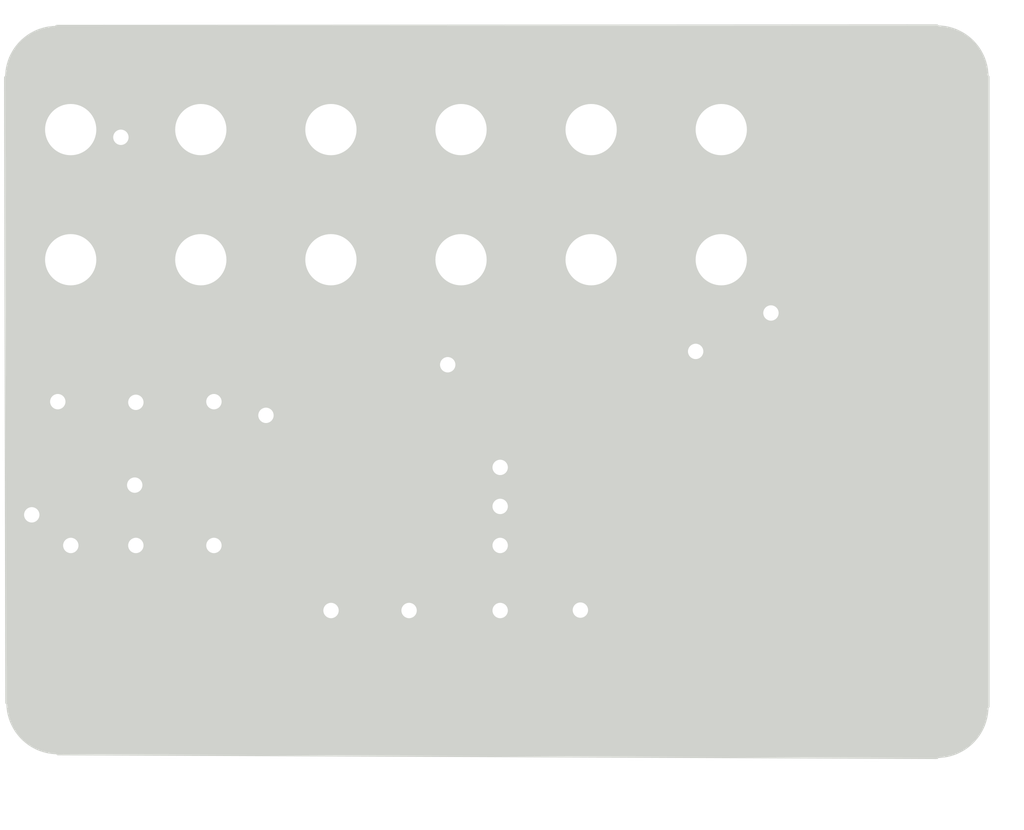
<source format=kicad_pcb>
(kicad_pcb (version 20211014) (generator pcbnew)
  (title_block (title "SNES RGB BYPASS AMP") (date "2020-12-16") (rev "3.2") (company "TzorriMahm") (comment 3 "https://twitter.com/TzorriMahm") (comment 4 "https://github.com/TzorriMahm"))
  (layers (0 "F.Cu" signal) (31 "B.Cu" signal) (34 "B.Paste" user) (35 "F.Paste" user) (36 "B.SilkS" user "B.Silkscreen") (37 "F.SilkS" user "F.Silkscreen") (38 "B.Mask" user) (39 "F.Mask" user) (44 "Edge.Cuts" user))
  (net 0 "")
  (net 1 "GND")
  (net 2 "/RED_IN")
  (net 3 "/RED_OUT")
  (net 4 "/GREEN_IN")
  (net 5 "/GREEN_OUT")
  (net 6 "/BLUE_IN")
  (net 7 "/BLUE_OUT")
  (net 8 "/CSYNC_OUT")
  (net 9 "/CSYNC_IN")
  (net 10 "CsyncOnCompPin")
  (net 11 "5v_IN")
  (net 12 "R")
  (net 13 "G")
  (net 14 "B")
  (net 15 "3.3v_OUT")
  (net 16 "Chroma")
  (net 17 "Luma")
  (net 18 "LumaOut")
  (net 19 "ChromaOut")
  (net 20 "Chroma_In")
  (net 21 "Luma_In")
  (footprint "snes_rgb_bypass_amp:NintendoMultiAV_FB-gap" (layer "F.Cu") (at 141.73 97.8)
    (fp_text reference "MultiAV1" hide)
    (fp_text value "Nintendo MultiAV" hide)
    (fp_circle (center 6.35 1.27) (end 6.35 2.2) (layer "F.SilkS") (width 0.16) (fill none))
    (fp_circle (center 6.35 1.27) (end 6.35 2.356002) (layer "F.SilkS") (width 0.16) (fill none))
    (pad "" np_thru_hole circle (at -6.35 1.27) (size 1 1) (drill 1) (layers *.Cu *.Mask))
    (pad "" np_thru_hole circle (at -6.35 -1.27) (size 1 1) (drill 1) (layers *.Cu *.Mask))
    (pad "1" thru_hole circle (at 6.35 1.27) (size 1.7 1.7) (drill 1) (layers *.Cu *.Mask) (net 3 "/RED_OUT"))
    (pad "2" thru_hole circle (at 6.35 -1.27) (size 1.7 1.7) (drill 1) (layers *.Cu *.Mask) (net 5 "/GREEN_OUT"))
    (pad "3" thru_hole oval (at 3.81 1.27) (size 1.7 1.7) (drill 1) (layers *.Cu *.Mask) (net 8 "/CSYNC_OUT"))
    (pad "4" thru_hole oval (at 3.81 -1.27) (size 1.7 1.7) (drill 1) (layers *.Cu *.Mask) (net 7 "/BLUE_OUT"))
    (pad "5" thru_hole oval (at 1.27 1.27) (size 1.7 1.7) (drill 1) (layers *.Cu *.Mask) (net 1 "GND"))
    (pad "6" thru_hole oval (at 1.27 -1.27) (size 1.7 1.7) (drill 1) (layers *.Cu *.Mask) (net 1 "GND"))
    (pad "9" thru_hole oval (at -3.81 1.27) (size 1.7 1.7) (drill 1) (layers *.Cu *.Mask) (net 10 "CsyncOnCompPin"))
    (pad "10" thru_hole oval (at -3.81 -1.27) (size 1.7 1.7) (drill 1) (layers *.Cu *.Mask) (net 11 "5v_IN"))
  )
  (footprint "snes_rgb_bypass_amp:SolderPad_customizable" (layer "F.Cu") (at 140.409 107.401)
    (fp_text reference "INPUT_1" hide)
    (fp_text value "RED" hide)
    (pad "1" smd rect locked (at 0 0) (size 1.05 2.1) (layers "F.Cu" "F.Mask") (net 2 "/RED_IN"))
  )
  (footprint "snes_rgb_bypass_amp:SolderPad_customizable" (layer "F.Cu") (at 142.009 107.401)
    (fp_text reference "INPUT_2" hide)
    (fp_text value "GREEN" hide)
    (pad "1" smd rect locked (at 0 0) (size 1.05 2.1) (layers "F.Cu" "F.Mask") (net 4 "/GREEN_IN"))
  )
  (footprint "snes_rgb_bypass_amp:SolderPad_customizable" (layer "F.Cu") (at 143.609 107.401)
    (fp_text reference "INPUT_3" hide)
    (fp_text value "BLUE" hide)
    (pad "1" smd rect locked (at 0 0) (size 1.05 2.1) (layers "F.Cu" "F.Mask") (net 6 "/BLUE_IN"))
  )
  (footprint "Capacitor_SMD:C_0603_1608Metric" (layer "F.Cu") (at 136.652 106.172 -90)
    (fp_text reference "REF**" hide)
    (fp_text value "C_0603_1608Metric" hide)
    (fp_line (start -0.14058 -0.51) (end 0.14058 -0.51) (layer "F.SilkS") (width 0.12))
    (fp_line (start -0.14058 0.51) (end 0.14058 0.51) (layer "F.SilkS") (width 0.12))
    (pad "1" smd roundrect (at -0.775 0 270) (size 0.9 0.95) (layers "F.Cu" "F.Paste" "F.Mask") (net 4 "/GREEN_IN"))
    (pad "2" smd roundrect (at 0.775 0 270) (size 0.9 0.95) (layers "F.Cu" "F.Paste" "F.Mask") (net 1 "GND"))
  )
  (footprint "Capacitor_SMD:C_0603_1608Metric" (layer "F.Cu") (at 138.176 101.841 -90)
    (fp_text reference "AC COUPLING" hide)
    (fp_text value "C_0603_1608Metric" hide)
    (fp_line (start -0.14058 -0.51) (end 0.14058 -0.51) (layer "F.SilkS") (width 0.12))
    (fp_line (start -0.14058 0.51) (end 0.14058 0.51) (layer "F.SilkS") (width 0.12))
    (pad "1" smd roundrect (at -0.775 0 270) (size 0.9 0.95) (layers "F.Cu" "F.Paste" "F.Mask") (net 3 "/RED_OUT"))
    (pad "2" smd roundrect (at 0.775 0 270) (size 0.9 0.95) (layers "F.Cu" "F.Paste" "F.Mask") (net 12 "R"))
  )
  (footprint "Capacitor_SMD:C_0603_1608Metric" (layer "F.Cu") (at 150.55 98.5 -90)
    (fp_text reference "AC COUPLING" hide)
    (fp_text value "C_0603_1608Metric" hide)
    (fp_line (start -0.14058 0.51) (end 0.14058 0.51) (layer "F.SilkS") (width 0.12))
    (fp_line (start -0.14058 -0.51) (end 0.14058 -0.51) (layer "F.SilkS") (width 0.12))
    (pad "1" smd roundrect (at -0.775 0 270) (size 0.9 0.95) (layers "F.Cu" "F.Paste" "F.Mask") (net 18 "LumaOut"))
    (pad "2" smd roundrect (at 0.775 0 270) (size 0.9 0.95) (layers "F.Cu" "F.Paste" "F.Mask") (net 17 "Luma"))
  )
  (footprint "Capacitor_SMD:C_0603_1608Metric" (layer "F.Cu") (at 136.652 101.854 -90)
    (fp_text reference "AC COUPLING" hide)
    (fp_text value "C_0603_1608Metric" hide)
    (fp_line (start -0.14058 0.51) (end 0.14058 0.51) (layer "F.SilkS") (width 0.12))
    (fp_line (start -0.14058 -0.51) (end 0.14058 -0.51) (layer "F.SilkS") (width 0.12))
    (pad "1" smd roundrect (at -0.775 0 270) (size 0.9 0.95) (layers "F.Cu" "F.Paste" "F.Mask") (net 5 "/GREEN_OUT"))
    (pad "2" smd roundrect (at 0.775 0 270) (size 0.9 0.95) (layers "F.Cu" "F.Paste" "F.Mask") (net 13 "G"))
  )
  (footprint "" (layer "F.Cu") (at 150.49 104.7)
    (fp_text reference "" (at 0 0) (layer "F.SilkS") (effects (font (size 1.27 1.27))))
    (fp_text value "" (at 0 0) (layer "F.SilkS") (effects (font (size 1.27 1.27))))
    (pad "1" smd rect locked (at 0 0) (size 1.05 2.1) (layers "F.Cu" "F.Mask") (net 21 "Luma_In"))
  )
  (footprint "Capacitor_SMD:C_0603_1608Metric" (layer "F.Cu") (at 152.25 101.75 -90)
    (fp_text reference "AC COUPLING" hide)
    (fp_text value "C_0603_1608Metric" hide)
    (fp_line (start -0.14058 0.51) (end 0.14058 0.51) (layer "F.SilkS") (width 0.12))
    (fp_line (start -0.14058 -0.51) (end 0.14058 -0.51) (layer "F.SilkS") (width 0.12))
    (pad "1" smd roundrect (at -0.775 0 270) (size 0.9 0.95) (layers "F.Cu" "F.Paste" "F.Mask") (net 16 "Chroma"))
    (pad "2" smd roundrect (at 0.775 0 270) (size 0.9 0.95) (layers "F.Cu" "F.Paste" "F.Mask") (net 20 "Chroma_In"))
  )
  (footprint "" (layer "F.Cu") (at 140.46 99.07)
    (fp_text reference "" (at 0 0) (layer "F.SilkS") (effects (font (size 1.27 1.27))))
    (fp_text value "" (at 0 0) (layer "F.SilkS") (effects (font (size 1.27 1.27))))
    (pad "10" thru_hole oval (at 0 0) (size 1.7 1.7) (drill 1) (layers *.Cu *.Mask) (net 18 "LumaOut"))
  )
  (footprint "Capacitor_SMD:C_0603_1608Metric" (layer "F.Cu") (at 147.32 106.68 -90)
    (fp_text reference "TTL_2_75r" hide)
    (fp_text value "C_0603_1608Metric" hide)
    (fp_line (start -0.14058 0.51) (end 0.14058 0.51) (layer "F.SilkS") (width 0.12))
    (fp_line (start -0.14058 -0.51) (end 0.14058 -0.51) (layer "F.SilkS") (width 0.12))
    (pad "" smd roundrect (at 0.775 0 270) (size 0.9 0.95) (layers "F.Cu" "F.Paste" "F.Mask") (net 9 "/CSYNC_IN"))
    (pad "" smd roundrect (at -0.775 0 270) (size 0.9 0.95) (layers "F.Cu" "F.Paste" "F.Mask") (net 8 "/CSYNC_OUT"))
  )
  (footprint "Capacitor_SMD:C_0603_1608Metric" (layer "F.Cu") (at 135.128 101.841 -90)
    (fp_text reference "AC COUPLING" hide)
    (fp_text value "C_0603_1608Metric" hide)
    (fp_line (start -0.14058 0.51) (end 0.14058 0.51) (layer "F.SilkS") (width 0.12))
    (fp_line (start -0.14058 -0.51) (end 0.14058 -0.51) (layer "F.SilkS") (width 0.12))
    (pad "1" smd roundrect (at -0.775 0 270) (size 0.9 0.95) (layers "F.Cu" "F.Paste" "F.Mask") (net 7 "/BLUE_OUT"))
    (pad "2" smd roundrect (at 0.775 0 270) (size 0.9 0.95) (layers "F.Cu" "F.Paste" "F.Mask") (net 14 "B"))
  )
  (footprint "" (layer "F.Cu") (at 145.288 107.442)
    (fp_text reference "" (at 0 0) (layer "F.SilkS") (effects (font (size 1.27 1.27))))
    (fp_text value "" (at 0 0) (layer "F.SilkS") (effects (font (size 1.27 1.27))))
    (pad "1" smd rect locked (at 0 0) (size 1.05 2.1) (layers "F.Cu" "F.Mask") (net 9 "/CSYNC_IN"))
  )
  (footprint "snes_rgb_bypass_amp:SolderJumper_2x0.5x0.75mm" (layer "F.Cu") (at 148.844 106.484 -90)
    (fp_text reference "***" hide)
    (fp_text value "SolderJumper_2x0.5x0.75mm" hide)
    (fp_line (start -0.7366 -0.5334) (end 0.7366 -0.5334) (layer "F.SilkS") (width 0.1524))
    (fp_line (start 0.7366 -0.5334) (end 0.7366 0.5334) (layer "F.SilkS") (width 0.1524))
    (fp_line (start -0.7366 -0.5334) (end -0.7366 0.5334) (layer "F.SilkS") (width 0.1524))
    (fp_line (start -0.7366 0.5334) (end 0.7366 0.5334) (layer "F.SilkS") (width 0.1524))
    (pad "" smd rect locked (at -0.325 0 270) (size 0.5 0.75) (layers "F.Cu" "F.Mask") (net 8 "/CSYNC_OUT"))
    (pad "CsyncOnCompPin2" smd rect locked (at 0.325 0 270) (size 0.5 0.75) (layers "F.Cu" "F.Mask") (net 9 "/CSYNC_IN"))
  )
  (footprint "Capacitor_SMD:C_0603_1608Metric" (layer "F.Cu") (at 150.55 101.75 -90)
    (fp_text reference "AC COUPLING" hide)
    (fp_text value "C_0603_1608Metric" hide)
    (fp_line (start -0.14058 0.51) (end 0.14058 0.51) (layer "F.SilkS") (width 0.12))
    (fp_line (start -0.14058 -0.51) (end 0.14058 -0.51) (layer "F.SilkS") (width 0.12))
    (pad "1" smd roundrect (at -0.775 0 270) (size 0.9 0.95) (layers "F.Cu" "F.Paste" "F.Mask") (net 17 "Luma"))
    (pad "2" smd roundrect (at 0.775 0 270) (size 0.9 0.95) (layers "F.Cu" "F.Paste" "F.Mask") (net 21 "Luma_In"))
  )
  (footprint "Package_TO_SOT_SMD:SOT-23-5" (layer "F.Cu") (at 147.574 102.9915 -90)
    (fp_text reference "REF**" hide)
    (fp_text value "SOT-23-5" hide)
    (fp_line (start 0 1.56) (end 0.8 1.56) (layer "F.SilkS") (width 0.12))
    (fp_line (start 0 1.56) (end -0.8 1.56) (layer "F.SilkS") (width 0.12))
    (fp_line (start 0 -1.56) (end -1.8 -1.56) (layer "F.SilkS") (width 0.12))
    (fp_line (start 0 -1.56) (end 0.8 -1.56) (layer "F.SilkS") (width 0.12))
    (pad "2" smd roundrect locked (at -1.1375 0 270) (size 1.325 0.6) (layers "F.Cu" "F.Paste" "F.Mask") (net 1 "GND"))
    (pad "3" smd roundrect locked (at -1.1375 -0.95 270) (size 1.325 0.6) (layers "F.Cu" "F.Paste" "F.Mask") (net 11 "5v_IN"))
    (pad "5" smd roundrect locked (at 1.1375 -0.95 270) (size 1.325 0.6) (layers "F.Cu" "F.Paste" "F.Mask") (net 15 "3.3v_OUT"))
    (pad "EN" smd roundrect locked (at -1.1375 0.95 270) (size 1.325 0.6) (layers "F.Cu" "F.Paste" "F.Mask") (net 11 "5v_IN"))
    (pad "NC" smd roundrect locked (at 1.1375 0.95 270) (size 1.325 0.6) (layers "F.Cu" "F.Paste" "F.Mask"))
  )
  (footprint "Capacitor_SMD:C_0603_1608Metric" (layer "F.Cu") (at 144.272 101.092 180)
    (fp_text reference "INPUTCAP" hide)
    (fp_text value "C_0603_1608Metric" hide)
    (fp_line (start -0.14058 -0.51) (end 0.14058 -0.51) (layer "F.SilkS") (width 0.12))
    (fp_line (start -0.14058 0.51) (end 0.14058 0.51) (layer "F.SilkS") (width 0.12))
    (pad "1" smd roundrect (at -0.775 0 180) (size 0.9 0.95) (layers "F.Cu" "F.Paste" "F.Mask") (net 15 "3.3v_OUT"))
    (pad "2" smd roundrect (at 0.775 0 180) (size 0.9 0.95) (layers "F.Cu" "F.Paste" "F.Mask") (net 1 "GND"))
  )
  (footprint "" (layer "F.Cu") (at 140.46 96.53)
    (fp_text reference "" (at 0 0) (layer "F.SilkS") (effects (font (size 1.27 1.27))))
    (fp_text value "" (at 0 0) (layer "F.SilkS") (effects (font (size 1.27 1.27))))
    (pad "10" thru_hole oval (at 0 0) (size 1.7 1.7) (drill 1) (layers *.Cu *.Mask) (net 19 "ChromaOut"))
  )
  (footprint "snes_rgb_bypass_amp:SolderJumper_2x0.5x0.75mm" (layer "F.Cu") (at 136.327 97.79)
    (fp_text reference "***" hide)
    (fp_text value "SolderJumper_2x0.5x0.75mm" hide)
    (fp_line (start -0.7366 0.5334) (end 0.7366 0.5334) (layer "F.SilkS") (width 0.1524))
    (fp_line (start -0.7366 -0.5334) (end 0.7366 -0.5334) (layer "F.SilkS") (width 0.1524))
    (fp_line (start -0.7366 -0.5334) (end -0.7366 0.5334) (layer "F.SilkS") (width 0.1524))
    (fp_line (start 0.7366 -0.5334) (end 0.7366 0.5334) (layer "F.SilkS") (width 0.1524))
    (pad "" smd rect locked (at -0.325 0) (size 0.5 0.75) (layers "F.Cu" "F.Mask") (net 10 "CsyncOnCompPin"))
    (pad "CsyncOnCompPin2" smd rect locked (at 0.325 0) (size 0.5 0.75) (layers "F.Cu" "F.Mask") (net 8 "/CSYNC_OUT"))
  )
  (footprint "Capacitor_SMD:C_0603_1608Metric" (layer "F.Cu") (at 135.128 106.198 -90)
    (fp_text reference "REF**" hide)
    (fp_text value "C_0603_1608Metric" hide)
    (fp_line (start -0.14058 0.51) (end 0.14058 0.51) (layer "F.SilkS") (width 0.12))
    (fp_line (start -0.14058 -0.51) (end 0.14058 -0.51) (layer "F.SilkS") (width 0.12))
    (pad "1" smd roundrect (at -0.775 0 270) (size 0.9 0.95) (layers "F.Cu" "F.Paste" "F.Mask") (net 2 "/RED_IN"))
    (pad "2" smd roundrect (at 0.775 0 270) (size 0.9 0.95) (layers "F.Cu" "F.Paste" "F.Mask") (net 1 "GND"))
  )
  (footprint "" (layer "F.Cu") (at 150.49 107.42)
    (fp_text reference "" (at 0 0) (layer "F.SilkS") (effects (font (size 1.27 1.27))))
    (fp_text value "" (at 0 0) (layer "F.SilkS") (effects (font (size 1.27 1.27))))
    (pad "1" smd rect locked (at 0 0) (size 1.05 2.1) (layers "F.Cu" "F.Mask") (net 20 "Chroma_In"))
  )
  (footprint "Capacitor_SMD:C_0603_1608Metric" (layer "F.Cu") (at 141.21 101.1)
    (fp_text reference "OUTPUTCAP" hide)
    (fp_text value "C_0603_1608Metric" hide)
    (fp_line (start -0.14058 -0.51) (end 0.14058 -0.51) (layer "F.SilkS") (width 0.12))
    (fp_line (start -0.14058 0.51) (end 0.14058 0.51) (layer "F.SilkS") (width 0.12))
    (pad "1" smd roundrect (at -0.775 0) (size 0.9 0.95) (layers "F.Cu" "F.Paste" "F.Mask") (net 11 "5v_IN"))
    (pad "2" smd roundrect (at 0.775 0) (size 0.9 0.95) (layers "F.Cu" "F.Paste" "F.Mask") (net 1 "GND"))
  )
  (footprint "Capacitor_SMD:C_0603_1608Metric" (layer "F.Cu") (at 138.176 106.185 -90)
    (fp_text reference "REF**" hide)
    (fp_text value "C_0603_1608Metric" hide)
    (fp_line (start -0.14058 0.51) (end 0.14058 0.51) (layer "F.SilkS") (width 0.12))
    (fp_line (start -0.14058 -0.51) (end 0.14058 -0.51) (layer "F.SilkS") (width 0.12))
    (pad "1" smd roundrect (at -0.775 0 270) (size 0.9 0.95) (layers "F.Cu" "F.Paste" "F.Mask") (net 6 "/BLUE_IN"))
    (pad "2" smd roundrect (at 0.775 0 270) (size 0.9 0.95) (layers "F.Cu" "F.Paste" "F.Mask") (net 1 "GND"))
  )
  (footprint "Package_SO:MSOP-10-1EP_3x3mm_P0.5mm_EP1.68x1.88mm" (layer "F.Cu") (at 142.582 103.67)
    (fp_text reference "LT6550" hide)
    (fp_text value "MSOP-10-1EP_3x3mm_P0.5mm_EP1.68x1.88mm" hide)
    (fp_line (start 0 -1.61) (end 1.5 -1.61) (layer "F.SilkS") (width 0.12))
    (fp_line (start 0 1.61) (end -1.5 1.61) (layer "F.SilkS") (width 0.12))
    (fp_line (start 0 1.61) (end 1.5 1.61) (layer "F.SilkS") (width 0.12))
    (fp_line (start 0 -1.61) (end -2.875 -1.61) (layer "F.SilkS") (width 0.12))
    (pad "1" smd roundrect (at -2.15 -1) (size 1.45 0.3) (layers "F.Cu" "F.Paste" "F.Mask") (net 2 "/RED_IN"))
    (pad "2" smd roundrect (at -2.15 -0.5) (size 1.45 0.3) (layers "F.Cu" "F.Paste" "F.Mask") (net 4 "/GREEN_IN"))
    (pad "3" smd roundrect (at -2.15 0) (size 1.45 0.3) (layers "F.Cu" "F.Paste" "F.Mask") (net 6 "/BLUE_IN"))
    (pad "4" smd roundrect (at -2.15 0.5) (size 1.45 0.3) (layers "F.Cu" "F.Paste" "F.Mask") (net 1 "GND"))
    (pad "7" smd roundrect (at 2.15 0.5) (size 1.25 0.3) (layers "F.Cu" "F.Paste" "F.Mask") (net 14 "B"))
    (pad "8" smd roundrect (at 2.15 0) (size 1.25 0.3) (layers "F.Cu" "F.Paste" "F.Mask") (net 13 "G"))
    (pad "9" smd roundrect (at 2.15 -0.5) (size 1.25 0.3) (layers "F.Cu" "F.Paste" "F.Mask") (net 12 "R"))
    (pad "11" smd rect (at 0 0) (size 1.68 1.88) (layers "F.Cu" "F.Mask"))
    (pad "NC" smd roundrect (at 2.15 1) (size 0.6 0.3) (layers "F.Cu" "F.Paste" "F.Mask"))
    (pad "NC" smd roundrect (at 2.15 -1) (size 1.45 0.3) (layers "F.Cu" "F.Paste" "F.Mask") (net 15 "3.3v_OUT"))
    (pad "VEE" smd roundrect (at -2.15 1) (size 1.45 0.3) (layers "F.Cu" "F.Paste" "F.Mask") (net 1 "GND"))
  )
  (footprint "Capacitor_SMD:C_0603_1608Metric" (layer "F.Cu") (at 152.25 98.5 -90)
    (fp_text reference "AC COUPLING" hide)
    (fp_text value "C_0603_1608Metric" hide)
    (fp_line (start -0.14058 0.51) (end 0.14058 0.51) (layer "F.SilkS") (width 0.12))
    (fp_line (start -0.14058 -0.51) (end 0.14058 -0.51) (layer "F.SilkS") (width 0.12))
    (pad "1" smd roundrect (at -0.775 0 270) (size 0.9 0.95) (layers "F.Cu" "F.Paste" "F.Mask") (net 19 "ChromaOut"))
    (pad "2" smd roundrect (at 0.775 0 270) (size 0.9 0.95) (layers "F.Cu" "F.Paste" "F.Mask") (net 16 "Chroma"))
  )
  (gr_arc (start 134.104 95.510002) (mid 134.396891 94.802891) (end 135.104 94.510002) (layer "Edge.Cuts") (width 0.01))
  (gr_line (start 134.104 95.510002) (end 134.128 107.72) (layer "Edge.Cuts") (width 0.05))
  (gr_line (start 135.104 94.510002) (end 152.292893 94.5) (layer "Edge.Cuts") (width 0.05))
  (gr_arc (start 135.128 108.72) (mid 134.420893 108.427107) (end 134.128 107.72) (layer "Edge.Cuts") (width 0.01))
  (gr_line (start 135.128 108.72) (end 152.292893 108.792893) (layer "Edge.Cuts") (width 0.05))
  (gr_arc (start 153.292893 107.792893) (mid 153 108.5) (end 152.292893 108.792893) (layer "Edge.Cuts") (width 0.01))
  (gr_line (start 153.292893 95.5) (end 153.292893 107.792893) (layer "Edge.Cuts") (width 0.05))
  (gr_arc (start 152.292893 94.5) (mid 153 94.792893) (end 153.292893 95.5) (layer "Edge.Cuts") (width 0.01))
  (gr_text "SUPER-1 RGB / S-Video Restore\n\n" (at 144 107.17) (layer "B.SilkS") (effects (font (size 0.8 0.7) (thickness 0.125)) (justify mirror)))
  (gr_text "V2.00" (at 147.81 108.09) (layer "B.SilkS") (effects (font (size 0.5 0.5) (thickness 0.125)) (justify mirror)))
  (gr_text "VajskiDs 30/12/23\n\n\n" (at 138.49 108.89) (layer "B.SilkS") (effects (font (size 0.5 0.5) (thickness 0.125)) (justify mirror)))
  (gr_text "CHROMA" (at 151.5 107.25 270) (layer "F.SilkS") (effects (font (size 0.4 0.4) (thickness 0.1))))
  (gr_text "LUMA" (at 151.5 104.25 270) (layer "F.SilkS") (effects (font (size 0.4 0.4) (thickness 0.1))))
  (segment (start 141.985 101.1) (end 143.489 101.1) (width 0.3) (layer "F.Cu") (net 1))
  (segment (start 147.58 101.848) (end 147.574 101.854) (width 0.25) (layer "F.Cu") (net 1))
  (segment (start 140.881 105.119) (end 141.009511 105.247511) (width 0.5) (layer "F.Cu") (net 1))
  (segment (start 140.785 105.023) (end 140.881 105.119) (width 0.5) (layer "F.Cu") (net 1))
  (segment (start 144.667511 105.247511) (end 145.33 105.91) (width 0.5) (layer "F.Cu") (net 1))
  (segment (start 144.62 97.81) (end 148.76 97.81) (width 0.254) (layer "F.Cu") (net 1))
  (segment (start 143.002 96.52) (end 143.002 99.06) (width 0.75) (layer "F.Cu") (net 1))
  (segment (start 136.652 106.947) (end 136.639 106.947) (width 0.254) (layer "F.Cu") (net 1))
  (segment (start 149.47 99.69) (end 149.47 99.59) (width 0.254) (layer "F.Cu") (net 1))
  (segment (start 143.523 101.079) (end 143.51 101.092) (width 0.254) (layer "F.Cu") (net 1))
  (segment (start 135.128 106.973) (end 135.128 107.302) (width 0.254) (layer "F.Cu") (net 1))
  (segment (start 149.47 98.52) (end 149.47 98.6) (width 0.254) (layer "F.Cu") (net 1))
  (segment (start 140.113 105.023) (end 138.176 106.96) (width 0.5) (layer "F.Cu") (net 1))
  (segment (start 141.009511 105.247511) (end 144.667511 105.247511) (width 0.5) (layer "F.Cu") (net 1))
  (segment (start 140.113 105.023) (end 140.785 105.023) (width 0.5) (layer "F.Cu") (net 1))
  (segment (start 143.002 99.06) (end 143.37 99.06) (width 0.254) (layer "F.Cu") (net 1))
  (segment (start 135.128 106.973) (end 138.163 106.973) (width 0.5) (layer "F.Cu") (net 1))
  (segment (start 138.176 106.96) (end 138.176 106.926) (width 0.25) (layer "F.Cu") (net 1))
  (segment (start 136.652 106.947) (end 136.665 106.947) (width 0.254) (layer "F.Cu") (net 1))
  (segment (start 140.432 104.67) (end 140.881 105.119) (width 0.5) (layer "F.Cu") (net 1))
  (segment (start 148.76 97.81) (end 149.47 98.52) (width 0.254) (layer "F.Cu") (net 1))
  (segment (start 143.497 99.555) (end 143.002 99.06) (width 0.254) (layer "F.Cu") (net 1))
  (segment (start 147.58 100.86) (end 147.58 101.848) (width 0.5) (layer "F.Cu") (net 1))
  (segment (start 138.163 106.973) (end 138.176 106.96) (width 0.25) (layer "F.Cu") (net 1))
  (segment (start 140.432 104.67) (end 140.432 104.704) (width 0.25) (layer "F.Cu") (net 1))
  (segment (start 149.05 100.11) (end 149.47 99.69) (width 0.254) (layer "F.Cu") (net 1))
  (segment (start 140.432 104.704) (end 140.113 105.023) (width 0.5) (layer "F.Cu") (net 1))
  (segment (start 143.37 99.06) (end 144.62 97.81) (width 0.254) (layer "F.Cu") (net 1))
  (segment (start 149.47 98.6) (end 149.47 99.59) (width 0.254) (layer "F.Cu") (net 1))
  (segment (start 140.432 104.17) (end 140.432 104.67) (width 0.25) (layer "F.Cu") (net 1))
  (segment (start 143.489 101.1) (end 143.497 101.092) (width 0.3) (layer "F.Cu") (net 1))
  (via (at 145.33 105.91) (size 0.55) (drill 0.3) (layers "F.Cu" "B.Cu") (net 1))
  (via (at 147.58 100.86) (size 0.55) (drill 0.3) (layers "F.Cu" "B.Cu") (net 1))
  (via (at 142.74 101.12) (size 0.55) (drill 0.3) (layers "F.Cu" "B.Cu") (net 1))
  (via (at 149.05 100.11) (size 0.55) (drill 0.3) (layers "F.Cu" "B.Cu") (net 1))
  (segment (start 148.3 100.86) (end 147.58 100.86) (width 0.5) (layer "B.Cu") (net 1))
  (segment (start 143.002 99.06) (end 143.002 100.248) (width 0.5) (layer "B.Cu") (net 1))
  (segment (start 143.002 100.248) (end 142.74 100.51) (width 0.5) (layer "B.Cu") (net 1))
  (segment (start 142.74 100.51) (end 142.74 101.12) (width 0.5) (layer "B.Cu") (net 1))
  (segment (start 149.05 100.11) (end 148.3 100.86) (width 0.5) (layer "B.Cu") (net 1))
  (segment (start 136.403673 104.048489) (end 137.286299 104.048489) (width 0.25) (layer "F.Cu") (net 2))
  (segment (start 137.73982 103.594969) (end 138.439933 103.594969) (width 0.25) (layer "F.Cu") (net 2))
  (segment (start 140.462 107.348) (end 140.409 107.401) (width 0.25) (layer "F.Cu") (net 2))
  (segment (start 140.462 105.918) (end 140.462 107.348) (width 0.25) (layer "F.Cu") (net 2))
  (segment (start 139.364902 102.67) (end 140.432 102.67) (width 0.25) (layer "F.Cu") (net 2))
  (segment (start 140.409 107.401) (end 140.409 106.479) (width 0.254) (layer "F.Cu") (net 2))
  (segment (start 135.382 104.648) (end 135.382 105.169) (width 0.25) (layer "F.Cu") (net 2))
  (segment (start 135.382 105.169) (end 135.128 105.423) (width 0.25) (layer "F.Cu") (net 2))
  (segment (start 138.439933 103.594969) (end 139.364902 102.67) (width 0.25) (layer "F.Cu") (net 2))
  (segment (start 135.382 104.648) (end 135.804162 104.648) (width 0.25) (layer "F.Cu") (net 2))
  (segment (start 137.286299 104.048489) (end 137.73982 103.594969) (width 0.25) (layer "F.Cu") (net 2))
  (segment (start 135.804162 104.648) (end 136.403673 104.048489) (width 0.25) (layer "F.Cu") (net 2))
  (via (at 140.462 105.918) (size 0.55) (drill 0.3) (layers "F.Cu" "B.Cu") (net 2))
  (via (at 135.382 104.648) (size 0.55) (drill 0.3) (layers "F.Cu" "B.Cu") (net 2))
  (segment (start 135.382 104.648) (end 136.652 105.918) (width 0.25) (layer "B.Cu") (net 2))
  (segment (start 136.652 105.918) (end 140.462 105.918) (width 0.25) (layer "B.Cu") (net 2))
  (segment (start 138.176 101.066) (end 138.176 101.841) (width 0.25) (layer "F.Cu") (net 3))
  (via (at 138.176 101.841) (size 0.55) (drill 0.3) (layers "F.Cu" "B.Cu") (net 3))
  (segment (start 145.022 102.12) (end 148.082 99.06) (width 0.25) (layer "B.Cu") (net 3))
  (segment (start 138.176 101.841) (end 138.508511 101.508489) (width 0.25) (layer "B.Cu") (net 3))
  (segment (start 140.07 102.12) (end 145.022 102.12) (width 0.25) (layer "B.Cu") (net 3))
  (segment (start 139.458489 101.508489) (end 140.07 102.12) (width 0.25) (layer "B.Cu") (net 3))
  (segment (start 138.508511 101.508489) (end 139.458489 101.508489) (width 0.25) (layer "B.Cu") (net 3))
  (segment (start 136.652 104.648) (end 137.325334 104.648) (width 0.254) (layer "F.Cu") (net 4))
  (segment (start 142.009 105.941) (end 141.986 105.918) (width 0.254) (layer "F.Cu") (net 4))
  (segment (start 137.926845 104.046489) (end 138.626959 104.046489) (width 0.254) (layer "F.Cu") (net 4))
  (segment (start 138.626959 104.046489) (end 139.503448 103.17) (width 0.254) (layer "F.Cu") (net 4))
  (segment (start 139.503448 103.17) (end 140.432 103.17) (width 0.254) (layer "F.Cu") (net 4))
  (segment (start 142.009 107.401) (end 142.009 105.941) (width 0.254) (layer "F.Cu") (net 4))
  (segment (start 136.652 104.648) (end 136.652 105.397) (width 0.254) (layer "F.Cu") (net 4))
  (segment (start 137.325334 104.648) (end 137.926845 104.046489) (width 0.254) (layer "F.Cu") (net 4))
  (via (at 136.652 104.648) (size 0.55) (drill 0.3) (layers "F.Cu" "B.Cu") (net 4))
  (via (at 141.986 105.918) (size 0.55) (drill 0.3) (layers "F.Cu" "B.Cu") (net 4))
  (segment (start 141.986 105.918) (end 141.384489 105.316489) (width 0.254) (layer "B.Cu") (net 4))
  (segment (start 137.320489 105.316489) (end 136.652 104.648) (width 0.254) (layer "B.Cu") (net 4))
  (segment (start 141.384489 105.316489) (end 137.320489 105.316489) (width 0.254) (layer "B.Cu") (net 4))
  (segment (start 136.652 101.079) (end 136.652 101.854) (width 0.25) (layer "F.Cu") (net 5))
  (via (at 136.652 101.854) (size 0.55) (drill 0.3) (layers "F.Cu" "B.Cu") (net 5))
  (segment (start 148.082 96.52) (end 146.716511 97.885489) (width 0.25) (layer "B.Cu") (net 5))
  (segment (start 140.256198 101.67048) (end 139.644687 101.058969) (width 0.25) (layer "B.Cu") (net 5))
  (segment (start 144.59253 101.67048) (end 140.256198 101.67048) (width 0.25) (layer "B.Cu") (net 5))
  (segment (start 146.716511 99.546499) (end 144.59253 101.67048) (width 0.25) (layer "B.Cu") (net 5))
  (segment (start 137.447031 101.058969) (end 136.652 101.854) (width 0.25) (layer "B.Cu") (net 5))
  (segment (start 146.716511 97.885489) (end 146.716511 99.546499) (width 0.25) (layer "B.Cu") (net 5))
  (segment (start 139.644687 101.058969) (end 137.447031 101.058969) (width 0.25) (layer "B.Cu") (net 5))
  (segment (start 143.764 107.246) (end 143.609 107.401) (width 0.25) (layer "F.Cu") (net 6))
  (segment (start 143.764 105.918) (end 143.764 107.246) (width 0.25) (layer "F.Cu") (net 6))
  (segment (start 138.176 104.648) (end 138.176 105.41) (width 0.25) (layer "F.Cu") (net 6))
  (segment (start 138.663994 104.648) (end 139.641994 103.67) (width 0.25) (layer "F.Cu") (net 6))
  (segment (start 139.641994 103.67) (end 140.432 103.67) (width 0.25) (layer "F.Cu") (net 6))
  (segment (start 138.176 104.648) (end 138.663994 104.648) (width 0.25) (layer "F.Cu") (net 6))
  (segment (start 143.609 107.401) (end 143.609 106.525) (width 0.254) (layer "F.Cu") (net 6))
  (via (at 138.176 104.648) (size 0.55) (drill 0.3) (layers "F.Cu" "B.Cu") (net 6))
  (via (at 143.764 105.918) (size 0.55) (drill 0.3) (layers "F.Cu" "B.Cu") (net 6))
  (segment (start 138.392969 104.864969) (end 138.684 104.864969) (width 0.25) (layer "B.Cu") (net 6))
  (segment (start 142.710969 104.864969) (end 138.646969 104.864969) (width 0.25) (layer "B.Cu") (net 6))
  (segment (start 138.176 104.648) (end 138.392969 104.864969) (width 0.25) (layer "B.Cu") (net 6))
  (segment (start 143.764 105.918) (end 142.710969 104.864969) (width 0.25) (layer "B.Cu") (net 6))
  (segment (start 135.128 101.066) (end 135.128 101.841) (width 0.25) (layer "F.Cu") (net 7))
  (via (at 135.128 101.841) (size 0.55) (drill 0.3) (layers "F.Cu" "B.Cu") (net 7))
  (segment (start 135.31975 95.345489) (end 134.507479 96.15776) (width 0.25) (layer "B.Cu") (net 7))
  (segment (start 144.367489 95.345489) (end 135.31975 95.345489) (width 0.25) (layer "B.Cu") (net 7))
  (segment (start 145.542 96.52) (end 144.367489 95.345489) (width 0.25) (layer "B.Cu") (net 7))
  (segment (start 134.507479 96.15776) (end 134.507479 101.220479) (width 0.25) (layer "B.Cu") (net 7))
  (segment (start 134.507479 101.220479) (end 135.128 101.841) (width 0.25) (layer "B.Cu") (net 7))
  (segment (start 149.10292 104.89708) (end 148.844 105.156) (width 0.254) (layer "F.Cu") (net 8))
  (segment (start 148.39048 100.38448) (end 149.10292 101.09692) (width 0.254) (layer "F.Cu") (net 8))
  (segment (start 145.542 99.06) (end 145.542 99.696316) (width 0.254) (layer "F.Cu") (net 8))
  (segment (start 148.844 105.156) (end 148.844 106.159) (width 0.254) (layer "F.Cu") (net 8))
  (segment (start 146.230163 100.38448) (end 148.39048 100.38448) (width 0.254) (layer "F.Cu") (net 8))
  (segment (start 145.542 99.696316) (end 146.230163 100.38448) (width 0.254) (layer "F.Cu") (net 8))
  (segment (start 136.36 96.68) (end 136.652 96.972) (width 0.25) (layer "F.Cu") (net 8))
  (segment (start 147.574 106.159) (end 147.32 105.905) (width 0.254) (layer "F.Cu") (net 8))
  (segment (start 148.844 106.159) (end 147.574 106.159) (width 0.254) (layer "F.Cu") (net 8))
  (segment (start 136.652 96.972) (end 136.652 97.79) (width 0.25) (layer "F.Cu") (net 8))
  (segment (start 149.10292 101.09692) (end 149.10292 104.89708) (width 0.254) (layer "F.Cu") (net 8))
  (via (at 136.36 96.68) (size 0.55) (drill 0.3) (layers "F.Cu" "B.Cu") (net 8))
  (segment (start 145.542 99.06) (end 144.365489 97.883489) (width 0.254) (layer "B.Cu") (net 8))
  (segment (start 136.4 96.68) (end 137.55 97.83) (width 0.25) (layer "B.Cu") (net 8))
  (segment (start 137.55 97.83) (end 136.45 96.73) (width 0.254) (layer "B.Cu") (net 8))
  (segment (start 144.365489 97.883489) (end 137.603489 97.883489) (width 0.254) (layer "B.Cu") (net 8))
  (segment (start 136.36 96.68) (end 136.4 96.68) (width 0.25) (layer "B.Cu") (net 8))
  (segment (start 137.603489 97.883489) (end 137.55 97.83) (width 0.254) (layer "B.Cu") (net 8))
  (segment (start 145.288 107.442) (end 145.47252 107.62652) (width 0.25) (layer "F.Cu") (net 9))
  (segment (start 145.47252 107.62652) (end 147.32 107.62652) (width 0.25) (layer "F.Cu") (net 9))
  (segment (start 148.198 107.455) (end 148.844 106.809) (width 0.25) (layer "F.Cu") (net 9))
  (segment (start 147.32 107.455) (end 148.198 107.455) (width 0.25) (layer "F.Cu") (net 9))
  (segment (start 136.643 99.06) (end 137.922 99.06) (width 0.254) (layer "F.Cu") (net 10))
  (segment (start 136.002 98.419) (end 136.643 99.06) (width 0.254) (layer "F.Cu") (net 10))
  (segment (start 136.002 97.79) (end 136.002 98.419) (width 0.254) (layer "F.Cu") (net 10))
  (segment (start 137.92 96.53) (end 137.92 97.17) (width 0.25) (layer "F.Cu") (net 11))
  (segment (start 146.58448 101.89352) (end 146.624 101.854) (width 0.254) (layer "F.Cu") (net 11))
  (segment (start 139.18 97.79) (end 137.92 96.53) (width 0.25) (layer "F.Cu") (net 11))
  (segment (start 145.499618 100.29248) (end 146.624 101.416862) (width 0.25) (layer "F.Cu") (net 11))
  (segment (start 140.435 101.1) (end 140.14 101.1) (width 0.25) (layer "F.Cu") (net 11))
  (segment (start 146.624 101.854) (end 146.624 102.224) (width 0.25) (layer "F.Cu") (net 11))
  (segment (start 146.624 102.224) (end 147.23 102.83) (width 0.25) (layer "F.Cu") (net 11))
  (segment (start 147.30531 102.84102) (end 147.920552 102.84102) (width 0.25) (layer "F.Cu") (net 11))
  (segment (start 140.435 101.1) (end 141.24252 100.29248) (width 0.25) (layer "F.Cu") (net 11))
  (segment (start 146.58648 101.89152) (end 146.624 101.854) (width 0.25) (layer "F.Cu") (net 11))
  (segment (start 146.611 101.841) (end 146.624 101.854) (width 0.254) (layer "F.Cu") (net 11))
  (segment (start 146.624 101.854) (end 146.624 102.334) (width 0.25) (layer "F.Cu") (net 11))
  (segment (start 146.681454 101.796546) (end 146.624 101.854) (width 0.25) (layer "F.Cu") (net 11))
  (segment (start 148.524 101.854) (end 148.524 102.237572) (width 0.25) (layer "F.Cu") (net 11))
  (segment (start 141.24252 100.29248) (end 145.499618 100.29248) (width 0.25) (layer "F.Cu") (net 11))
  (segment (start 140.14 101.1) (end 139.18 100.14) (width 0.25) (layer "F.Cu") (net 11))
  (segment (start 139.18 100.14) (end 139.18 97.79) (width 0.25) (layer "F.Cu") (net 11))
  (segment (start 140.435 101.1) (end 140.35 101.1) (width 0.25) (layer "F.Cu") (net 11))
  (segment (start 146.624 101.854) (end 146.624 102.237572) (width 0.25) (layer "F.Cu") (net 11))
  (segment (start 146.624 101.416862) (end 146.624 101.854) (width 0.25) (layer "F.Cu") (net 11))
  (segment (start 148.524 102.237572) (end 147.920552 102.84102) (width 0.25) (layer "F.Cu") (net 11))
  (segment (start 137.922 102.616) (end 138.176 102.616) (width 0.25) (layer "F.Cu") (net 12))
  (segment (start 143.81 103.17) (end 144.732 103.17) (width 0.25) (layer "F.Cu") (net 12))
  (segment (start 143.764 103.124) (end 143.81 103.17) (width 0.25) (layer "F.Cu") (net 12))
  (segment (start 138.176 102.616) (end 137.917138 102.616) (width 0.25) (layer "F.Cu") (net 12))
  (segment (start 138.684 102.616) (end 139.192 102.108) (width 0.25) (layer "F.Cu") (net 12))
  (segment (start 138.176 102.616) (end 138.684 102.616) (width 0.25) (layer "F.Cu") (net 12))
  (via (at 143.764 103.124) (size 0.55) (drill 0.3) (layers "F.Cu" "B.Cu") (net 12))
  (via (at 139.192 102.108) (size 0.55) (drill 0.3) (layers "F.Cu" "B.Cu") (net 12))
  (segment (start 140.208 103.124) (end 143.764 103.124) (width 0.25) (layer "B.Cu") (net 12))
  (segment (start 139.192 102.108) (end 140.208 103.124) (width 0.25) (layer "B.Cu") (net 12))
  (segment (start 144.041994 103.67) (end 144.732 103.67) (width 0.25) (layer "F.Cu") (net 13))
  (segment (start 136.652 103.448) (end 136.63 103.47) (width 0.25) (layer "F.Cu") (net 13))
  (segment (start 136.652 102.629) (end 136.652 103.448) (width 0.25) (layer "F.Cu") (net 13))
  (segment (start 143.764 103.886) (end 143.825994 103.886) (width 0.25) (layer "F.Cu") (net 13))
  (segment (start 136.652 103.328) (end 136.63 103.35) (width 0.25) (layer "F.Cu") (net 13))
  (segment (start 143.825994 103.886) (end 144.041994 103.67) (width 0.25) (layer "F.Cu") (net 13))
  (via (at 143.764 103.886) (size 0.55) (drill 0.3) (layers "F.Cu" "B.Cu") (net 13))
  (via (at 136.63 103.47) (size 0.55) (drill 0.3) (layers "F.Cu" "B.Cu") (net 13))
  (segment (start 140.034141 103.585859) (end 140.334282 103.886) (width 0.25) (layer "B.Cu") (net 13))
  (segment (start 136.745859 103.585859) (end 140.034141 103.585859) (width 0.25) (layer "B.Cu") (net 13))
  (segment (start 140.334282 103.886) (end 143.764 103.886) (width 0.25) (layer "B.Cu") (net 13))
  (segment (start 136.63 103.47) (end 136.745859 103.585859) (width 0.25) (layer "B.Cu") (net 13))
  (segment (start 134.874 102.616) (end 135.128 102.362) (width 0.25) (layer "F.Cu") (net 14))
  (segment (start 134.61 104.04) (end 134.62 104.05) (width 0.25) (layer "F.Cu") (net 14))
  (segment (start 135.128 102.792) (end 134.61 103.31) (width 0.25) (layer "F.Cu") (net 14))
  (segment (start 144.732 104.17) (end 144.332978 104.17) (width 0.25) (layer "F.Cu") (net 14))
  (segment (start 143.854978 104.648) (end 143.764 104.648) (width 0.25) (layer "F.Cu") (net 14))
  (segment (start 134.61 103.31) (end 134.61 104.04) (width 0.25) (layer "F.Cu") (net 14))
  (segment (start 144.732 104.17) (end 144.327838 104.17) (width 0.25) (layer "F.Cu") (net 14))
  (segment (start 144.332978 104.17) (end 143.854978 104.648) (width 0.25) (layer "F.Cu") (net 14))
  (segment (start 144.327838 104.17) (end 144.302358 104.19548) (width 0.25) (layer "F.Cu") (net 14))
  (via (at 143.764 104.648) (size 0.55) (drill 0.3) (layers "F.Cu" "B.Cu") (net 14))
  (via (at 134.62 104.05) (size 0.55) (drill 0.3) (layers "F.Cu" "B.Cu") (net 14))
  (segment (start 140.228013 104.415449) (end 139.861053 104.048489) (width 0.25) (layer "B.Cu") (net 14))
  (segment (start 134.62 104.05) (end 134.621511 104.048489) (width 0.25) (layer "B.Cu") (net 14))
  (segment (start 135.39 104.048489) (end 136.078489 104.048489) (width 0.25) (layer "B.Cu") (net 14))
  (segment (start 139.861053 104.048489) (end 134.621511 104.048489) (width 0.25) (layer "B.Cu") (net 14))
  (segment (start 143.764 104.648) (end 143.129718 104.648) (width 0.25) (layer "B.Cu") (net 14))
  (segment (start 134.621511 104.048489) (end 135.39 104.048489) (width 0.25) (layer "B.Cu") (net 14))
  (segment (start 136.078489 104.048489) (end 136.09 104.06) (width 0.25) (layer "B.Cu") (net 14))
  (segment (start 142.897167 104.415449) (end 140.228013 104.415449) (width 0.25) (layer "B.Cu") (net 14))
  (segment (start 143.129718 104.648) (end 142.897167 104.415449) (width 0.25) (layer "B.Cu") (net 14))
  (segment (start 145.422006 102.67) (end 144.732 102.67) (width 0.25) (layer "F.Cu") (net 15))
  (segment (start 145.546003 102.793997) (end 145.422006 102.67) (width 0.25) (layer "F.Cu") (net 15))
  (segment (start 145.712006 102.96) (end 145.546003 102.793997) (width 0.25) (layer "F.Cu") (net 15))
  (segment (start 145.882006 103.140289) (end 146.001717 103.26) (width 0.25) (layer "F.Cu") (net 15))
  (segment (start 144.732 102.67) (end 144.157838 102.67) (width 0.25) (layer "F.Cu") (net 15))
  (segment (start 147.957572 104.129) (end 147.083427 103.254855) (width 0.25) (layer "F.Cu") (net 15))
  (segment (start 146.001717 103.26) (end 147.078283 103.26) (width 0.25) (layer "F.Cu") (net 15))
  (segment (start 145.546003 102.793997) (end 145.882006 103.13) (width 0.25) (layer "F.Cu") (net 15))
  (segment (start 145.882006 103.13) (end 145.882006 103.140289) (width 0.25) (layer "F.Cu") (net 15))
  (segment (start 147.957572 104.129) (end 148.524 104.129) (width 0.25) (layer "F.Cu") (net 15))
  (segment (start 145.047 102.294994) (end 145.546003 102.793997) (width 0.25) (layer "F.Cu") (net 15))
  (segment (start 145.06 100.838) (end 145.06 101.092) (width 0.254) (layer "F.Cu") (net 15))
  (segment (start 145.047 101.092) (end 145.047 102.294994) (width 0.25) (layer "F.Cu") (net 15))
  (segment (start 152.25 99.275) (end 152.25 100.975) (width 0.25) (layer "F.Cu") (net 16))
  (segment (start 150.55 99.275) (end 150.55 100.975) (width 0.25) (layer "F.Cu") (net 17))
  (segment (start 150.55 100.975) (end 150.7 100.975) (width 0.25) (layer "F.Cu") (net 17))
  (segment (start 140.96 99.07) (end 141.68 98.35) (width 0.25) (layer "F.Cu") (net 18))
  (segment (start 140.46 99.07) (end 140.96 99.07) (width 0.25) (layer "F.Cu") (net 18))
  (segment (start 142.11 95.34) (end 148.69 95.34) (width 0.25) (layer "F.Cu") (net 18))
  (segment (start 141.68 98.35) (end 141.68 95.77) (width 0.25) (layer "F.Cu") (net 18))
  (segment (start 150.55 97.725) (end 150.7 97.725) (width 0.25) (layer "F.Cu") (net 18))
  (segment (start 141.68 95.77) (end 142.11 95.34) (width 0.25) (layer "F.Cu") (net 18))
  (segment (start 150.55 97.725) (end 150.55 97.2) (width 0.25) (layer "F.Cu") (net 18))
  (segment (start 150.55 97.2) (end 148.69 95.34) (width 0.25) (layer "F.Cu") (net 18))
  (segment (start 140.46 96.33) (end 140.46 96.53) (width 0.25) (layer "F.Cu") (net 19))
  (segment (start 140.46 96.53) (end 140.93 96.06) (width 0.25) (layer "F.Cu") (net 19))
  (segment (start 141.9 94.89) (end 140.46 96.33) (width 0.25) (layer "F.Cu") (net 19))
  (segment (start 152.25 97.725) (end 152.25 97.5) (width 0.25) (layer "F.Cu") (net 19))
  (segment (start 149.64 94.89) (end 141.9 94.89) (width 0.25) (layer "F.Cu") (net 19))
  (segment (start 152.25 97.5) (end 149.64 94.89) (width 0.25) (layer "F.Cu") (net 19))
  (segment (start 150.58 107.42) (end 152.25 105.75) (width 0.25) (layer "F.Cu") (net 20))
  (segment (start 150.49 107.42) (end 150.49 107.26) (width 0.25) (layer "F.Cu") (net 20))
  (segment (start 150.49 107.42) (end 150.49 106.79) (width 0.25) (layer "F.Cu") (net 20))
  (segment (start 152.25 105.75) (end 152.25 102.525) (width 0.25) (layer "F.Cu") (net 20))
  (segment (start 150.49 107.42) (end 150.58 107.42) (width 0.25) (layer "F.Cu") (net 20))
  (segment (start 150.49 104.7) (end 150.49 102.585) (width 0.25) (layer "F.Cu") (net 21))
  (segment (start 150.55 102.55) (end 150.55 102.525) (width 0.25) (layer "F.Cu") (net 21))
  (segment (start 150.49 102.585) (end 150.55 102.525) (width 0.25) (layer "F.Cu") (net 21))
  (zone (net 1) (net_name "GND") (layers F&B.Cu) (connect_pads (clearance 0.508)) (min_thickness 0.254) (fill yes (thermal_gap 0.508) (thermal_bridge_width 0.508))
    (polygon (pts (xy 154 109) (xy 134 109) (xy 134 94) (xy 154 94)))
  )
  (zone (net 0) (net_name "") (layer "Edge.Cuts") (connect_pads (clearance 0.508)) (min_thickness 0.254) (fill yes (thermal_gap 0.508) (thermal_bridge_width 0.508))
    (polygon (pts (xy 154 109) (xy 134 109) (xy 134 94) (xy 154 94)))
  )
)
</source>
